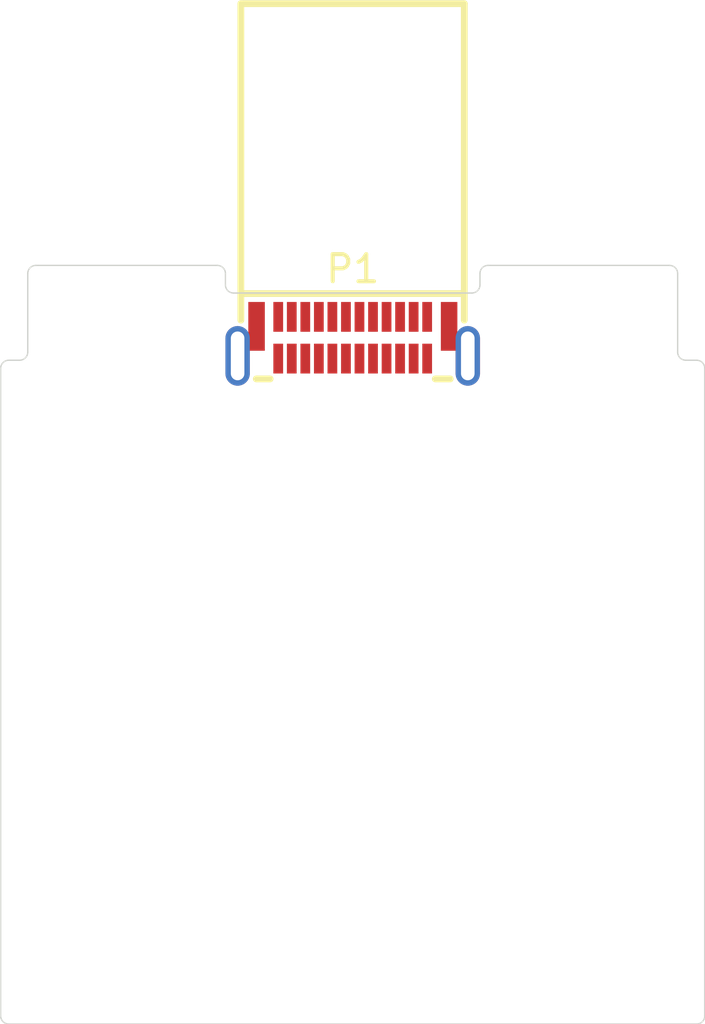
<source format=kicad_pcb>
(kicad_pcb (version 20221018) (generator pcbnew)
  (title_block (title "Expansion Card Template") (rev "X1") (company "Framework") (comment 1 "This work is licensed under a Creative Commons Attribution 4.0 International License") (comment 4 "https://frame.work"))
  (layers (0 "F.Cu" signal) (31 "B.Cu" signal) (34 "B.Paste" user) (35 "F.Paste" user) (36 "B.SilkS" user "B.Silkscreen") (37 "F.SilkS" user "F.Silkscreen") (38 "B.Mask" user) (39 "F.Mask" user) (44 "Edge.Cuts" user))
  (net 0 "")
  (net 1 "GND")
  (net 2 "+5V")
  (net 3 "Net-(P1-CC)")
  (net 5 "/D-")
  (net 6 "/D+")
  (footprint "_mykicadlib:USB-C-SMD_TYPEC-951-ARP24" (layer "F.Cu") (at 145.55 94.37 180)
    (fp_text reference "P1" (at 0 2.54) (layer "F.SilkS"))
    (fp_text value "USB_C_Plug_USB2.0")
    (fp_line (start -4.12 1.63) (end -4.12 0.65) (stroke (width 0.25)) (layer "F.SilkS"))
    (fp_line (start -4.12 1.63) (end -4.12 12.33) (stroke (width 0.25)) (layer "F.SilkS"))
    (fp_line (start -4.12 1.63) (end 4.13 1.63) (stroke (width 0.25)) (layer "F.SilkS"))
    (fp_line (start -4.12 12.33) (end 4.06 12.33) (stroke (width 0.25)) (layer "F.SilkS"))
    (fp_line (start -3.05 -1.52) (end -3.6 -1.52) (stroke (width 0.25)) (layer "F.SilkS"))
    (fp_line (start 3.56 -1.52) (end 3.05 -1.52) (stroke (width 0.25)) (layer "F.SilkS"))
    (fp_line (start 4.13 1.63) (end 4.13 0.65) (stroke (width 0.25)) (layer "F.SilkS"))
    (fp_line (start 4.13 1.63) (end 4.13 12.33) (stroke (width 0.25)) (layer "F.SilkS"))
    (pad "25" smd rect (at -3.56 0.42 180) (size 0.61 1.8) (layers "F.Cu" "F.Paste" "F.Mask") (net 1 "GND"))
    (pad "25" smd rect (at 3.55 0.42 180) (size 0.61 1.8) (layers "F.Cu" "F.Paste" "F.Mask") (net 1 "GND"))
    (pad "26" thru_hole oval (at -4.25 -0.67 180) (size 0.9 2.2) (drill oval 0.500024 1.799996) (layers "*.Cu" "*.Paste" "*.Mask") (net 1 "GND"))
    (pad "26" thru_hole oval (at 4.25 -0.67 180) (size 0.9 2.2) (drill oval 0.500024 1.799996) (layers "*.Cu" "*.Paste" "*.Mask") (net 1 "GND"))
    (pad "A1" smd rect (at 2.75 -0.77 180) (size 0.36 1.1) (layers "F.Cu" "F.Paste" "F.Mask") (net 1 "GND"))
    (pad "A2" smd rect (at 2.25 -0.77 180) (size 0.36 1.1) (layers "F.Cu" "F.Paste" "F.Mask"))
    (pad "A3" smd rect (at 1.75 -0.77 180) (size 0.36 1.1) (layers "F.Cu" "F.Paste" "F.Mask"))
    (pad "A4" smd rect (at 1.25 -0.77 180) (size 0.36 1.1) (layers "F.Cu" "F.Paste" "F.Mask") (net 2 "+5V"))
    (pad "A5" smd rect (at 0.75 -0.77 180) (size 0.36 1.1) (layers "F.Cu" "F.Paste" "F.Mask") (net 3 "Net-(P1-CC)"))
    (pad "A6" smd rect (at 0.25 -0.77 180) (size 0.36 1.1) (layers "F.Cu" "F.Paste" "F.Mask") (net 6 "/D+"))
    (pad "A7" smd rect (at -0.25 -0.77 180) (size 0.36 1.1) (layers "F.Cu" "F.Paste" "F.Mask") (net 5 "/D-"))
    (pad "A8" smd rect (at -0.75 -0.77 180) (size 0.36 1.1) (layers "F.Cu" "F.Paste" "F.Mask"))
    (pad "A9" smd rect (at -1.25 -0.77 180) (size 0.36 1.1) (layers "F.Cu" "F.Paste" "F.Mask") (net 2 "+5V"))
    (pad "A10" smd rect (at -1.75 -0.77 180) (size 0.36 1.1) (layers "F.Cu" "F.Paste" "F.Mask"))
    (pad "A11" smd rect (at -2.25 -0.77 180) (size 0.36 1.1) (layers "F.Cu" "F.Paste" "F.Mask"))
    (pad "A12" smd rect (at -2.75 -0.77 180) (size 0.36 1.1) (layers "F.Cu" "F.Paste" "F.Mask") (net 1 "GND"))
    (pad "B1" smd rect (at -2.75 0.77 180) (size 0.36 1.1) (layers "F.Cu" "F.Paste" "F.Mask") (net 1 "GND"))
    (pad "B2" smd rect (at -2.25 0.77 180) (size 0.36 1.1) (layers "F.Cu" "F.Paste" "F.Mask"))
    (pad "B3" smd rect (at -1.75 0.77 180) (size 0.36 1.1) (layers "F.Cu" "F.Paste" "F.Mask"))
    (pad "B4" smd rect (at -1.25 0.77 180) (size 0.36 1.1) (layers "F.Cu" "F.Paste" "F.Mask") (net 2 "+5V"))
    (pad "B5" smd rect (at -0.75 0.77 180) (size 0.36 1.1) (layers "F.Cu" "F.Paste" "F.Mask"))
    (pad "B6" smd rect (at -0.25 0.77 180) (size 0.36 1.1) (layers "F.Cu" "F.Paste" "F.Mask"))
    (pad "B7" smd rect (at 0.25 0.77 180) (size 0.36 1.1) (layers "F.Cu" "F.Paste" "F.Mask"))
    (pad "B8" smd rect (at 0.75 0.77 180) (size 0.36 1.1) (layers "F.Cu" "F.Paste" "F.Mask"))
    (pad "B9" smd rect (at 1.25 0.77 180) (size 0.36 1.1) (layers "F.Cu" "F.Paste" "F.Mask") (net 2 "+5V"))
    (pad "B10" smd rect (at 1.75 0.77 180) (size 0.36 1.1) (layers "F.Cu" "F.Paste" "F.Mask"))
    (pad "B11" smd rect (at 2.25 0.77 180) (size 0.36 1.1) (layers "F.Cu" "F.Paste" "F.Mask"))
    (pad "B12" smd rect (at 2.75 0.77 180) (size 0.36 1.1) (layers "F.Cu" "F.Paste" "F.Mask") (net 1 "GND"))
  )
  (gr_line (start 158.55 95.5) (end 158.55 119.387868) (stroke (width 0.05)) (layer "Edge.Cuts"))
  (gr_line (start 132.85 119.7) (end 158.25 119.7) (stroke (width 0.05)) (layer "Edge.Cuts"))
  (gr_arc (start 150.25 92.42) (mid 150.162132 92.632132) (end 149.95 92.72) (stroke (width 0.05)) (layer "Edge.Cuts"))
  (gr_arc (start 140.55 91.7) (mid 140.762132 91.787868) (end 140.85 92) (stroke (width 0.05)) (layer "Edge.Cuts"))
  (gr_line (start 150.25 92.42) (end 150.25 92) (stroke (width 0.05)) (layer "Edge.Cuts"))
  (gr_arc (start 150.25 92) (mid 150.337868 91.787868) (end 150.55 91.7) (stroke (width 0.05)) (layer "Edge.Cuts"))
  (gr_line (start 140.55 91.7) (end 133.85 91.7) (stroke (width 0.05)) (layer "Edge.Cuts"))
  (gr_line (start 150.55 91.7) (end 157.25 91.7) (stroke (width 0.05)) (layer "Edge.Cuts"))
  (gr_arc (start 132.85 119.7) (mid 132.637868 119.612132) (end 132.55 119.4) (stroke (width 0.05)) (layer "Edge.Cuts"))
  (gr_line (start 149.85 92.72) (end 149.95 92.72) (stroke (width 0.05)) (layer "Edge.Cuts"))
  (gr_arc (start 133.55 92) (mid 133.637868 91.787868) (end 133.85 91.7) (stroke (width 0.05)) (layer "Edge.Cuts"))
  (gr_line (start 133.55 94.9) (end 133.55 92) (stroke (width 0.05)) (layer "Edge.Cuts"))
  (gr_arc (start 133.55 94.9) (mid 133.462132 95.112132) (end 133.25 95.2) (stroke (width 0.05)) (layer "Edge.Cuts"))
  (gr_arc (start 132.55 95.5) (mid 132.637868 95.287868) (end 132.85 95.2) (stroke (width 0.05)) (layer "Edge.Cuts"))
  (gr_line (start 132.85 95.2) (end 133.25 95.2) (stroke (width 0.05)) (layer "Edge.Cuts"))
  (gr_line (start 157.55 94.9) (end 157.55 92) (stroke (width 0.05)) (layer "Edge.Cuts"))
  (gr_arc (start 158.25 95.2) (mid 158.462132 95.287868) (end 158.55 95.5) (stroke (width 0.05)) (layer "Edge.Cuts"))
  (gr_arc (start 157.85 95.2) (mid 157.637868 95.112132) (end 157.55 94.9) (stroke (width 0.05)) (layer "Edge.Cuts"))
  (gr_line (start 157.85 95.2) (end 158.25 95.2) (stroke (width 0.05)) (layer "Edge.Cuts"))
  (gr_line (start 140.85 92.42) (end 140.85 92) (stroke (width 0.05)) (layer "Edge.Cuts"))
  (gr_line (start 141.25 92.72) (end 149.85 92.72) (stroke (width 0.05)) (layer "Edge.Cuts"))
  (gr_arc (start 158.549755 119.387878) (mid 158.466375 119.607802) (end 158.25 119.7) (stroke (width 0.05)) (layer "Edge.Cuts"))
  (gr_arc (start 157.25 91.7) (mid 157.462132 91.787868) (end 157.55 92) (stroke (width 0.05)) (layer "Edge.Cuts"))
  (gr_arc (start 141.15 92.72) (mid 140.937868 92.632132) (end 140.85 92.42) (stroke (width 0.05)) (layer "Edge.Cuts"))
  (gr_line (start 132.55 95.5) (end 132.55 119.4) (stroke (width 0.05)) (layer "Edge.Cuts"))
  (gr_line (start 141.15 92.72) (end 141.25 92.72) (stroke (width 0.05)) (layer "Edge.Cuts"))
)
</source>
